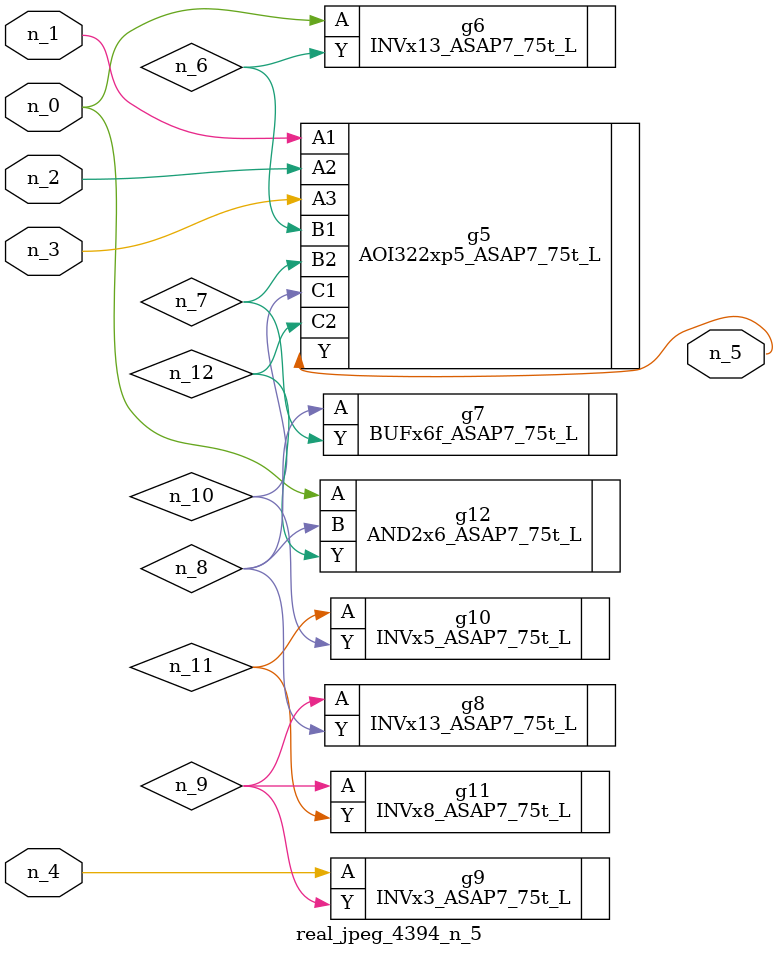
<source format=v>
module real_jpeg_4394_n_5 (n_4, n_0, n_1, n_2, n_3, n_5);

input n_4;
input n_0;
input n_1;
input n_2;
input n_3;

output n_5;

wire n_12;
wire n_8;
wire n_11;
wire n_6;
wire n_7;
wire n_10;
wire n_9;

INVx13_ASAP7_75t_L g6 ( 
.A(n_0),
.Y(n_6)
);

AND2x6_ASAP7_75t_L g12 ( 
.A(n_0),
.B(n_8),
.Y(n_12)
);

AOI322xp5_ASAP7_75t_L g5 ( 
.A1(n_1),
.A2(n_2),
.A3(n_3),
.B1(n_6),
.B2(n_7),
.C1(n_10),
.C2(n_12),
.Y(n_5)
);

INVx3_ASAP7_75t_L g9 ( 
.A(n_4),
.Y(n_9)
);

BUFx6f_ASAP7_75t_L g7 ( 
.A(n_8),
.Y(n_7)
);

INVx13_ASAP7_75t_L g8 ( 
.A(n_9),
.Y(n_8)
);

INVx8_ASAP7_75t_L g11 ( 
.A(n_9),
.Y(n_11)
);

INVx5_ASAP7_75t_L g10 ( 
.A(n_11),
.Y(n_10)
);


endmodule
</source>
